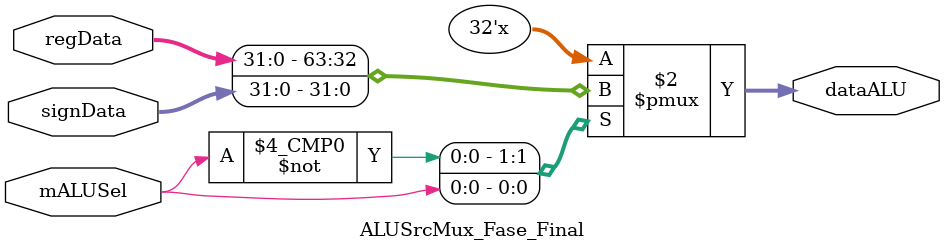
<source format=v>
module ALUSrcMux_Fase_Final(
	input [31:0]regData, signData,
	input mALUSel,
	output reg [31:0]dataALU
);

//2 - Declaracion de cables y registros

//3 - Cuerpo del modulo

//Bloque secuencial
always @*
begin
	case(mALUSel)
	1'b0:
		dataALU = regData;
	1'b1:
		dataALU = signData;
	default:
		dataALU = 32'bz;
	endcase
end

endmodule


</source>
